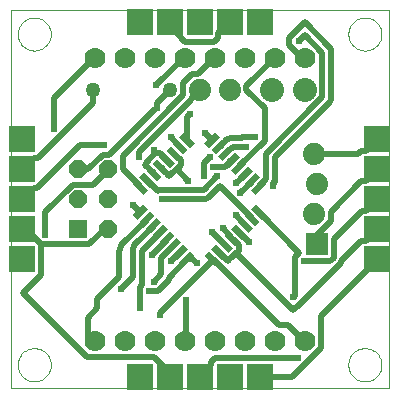
<source format=gtl>
G75*
G70*
%OFA0B0*%
%FSLAX24Y24*%
%IPPOS*%
%LPD*%
%AMOC8*
5,1,8,0,0,1.08239X$1,22.5*
%
%ADD10C,0.0000*%
%ADD11C,0.0700*%
%ADD12R,0.0500X0.0220*%
%ADD13R,0.0220X0.0500*%
%ADD14C,0.0500*%
%ADD15C,0.0800*%
%ADD16R,0.0600X0.0600*%
%ADD17OC8,0.0600*%
%ADD18R,0.0860X0.0860*%
%ADD19R,0.0740X0.0740*%
%ADD20C,0.0740*%
%ADD21C,0.0200*%
%ADD22C,0.0240*%
D10*
X000156Y000156D02*
X012755Y000156D01*
X012755Y012755D01*
X000156Y012755D01*
X000156Y000156D01*
X000393Y000944D02*
X000395Y000991D01*
X000401Y001037D01*
X000411Y001083D01*
X000424Y001128D01*
X000442Y001171D01*
X000463Y001213D01*
X000487Y001253D01*
X000515Y001290D01*
X000546Y001325D01*
X000580Y001358D01*
X000616Y001387D01*
X000655Y001413D01*
X000696Y001436D01*
X000739Y001455D01*
X000783Y001471D01*
X000828Y001483D01*
X000874Y001491D01*
X000921Y001495D01*
X000967Y001495D01*
X001014Y001491D01*
X001060Y001483D01*
X001105Y001471D01*
X001149Y001455D01*
X001192Y001436D01*
X001233Y001413D01*
X001272Y001387D01*
X001308Y001358D01*
X001342Y001325D01*
X001373Y001290D01*
X001401Y001253D01*
X001425Y001213D01*
X001446Y001171D01*
X001464Y001128D01*
X001477Y001083D01*
X001487Y001037D01*
X001493Y000991D01*
X001495Y000944D01*
X001493Y000897D01*
X001487Y000851D01*
X001477Y000805D01*
X001464Y000760D01*
X001446Y000717D01*
X001425Y000675D01*
X001401Y000635D01*
X001373Y000598D01*
X001342Y000563D01*
X001308Y000530D01*
X001272Y000501D01*
X001233Y000475D01*
X001192Y000452D01*
X001149Y000433D01*
X001105Y000417D01*
X001060Y000405D01*
X001014Y000397D01*
X000967Y000393D01*
X000921Y000393D01*
X000874Y000397D01*
X000828Y000405D01*
X000783Y000417D01*
X000739Y000433D01*
X000696Y000452D01*
X000655Y000475D01*
X000616Y000501D01*
X000580Y000530D01*
X000546Y000563D01*
X000515Y000598D01*
X000487Y000635D01*
X000463Y000675D01*
X000442Y000717D01*
X000424Y000760D01*
X000411Y000805D01*
X000401Y000851D01*
X000395Y000897D01*
X000393Y000944D01*
X000393Y011967D02*
X000395Y012014D01*
X000401Y012060D01*
X000411Y012106D01*
X000424Y012151D01*
X000442Y012194D01*
X000463Y012236D01*
X000487Y012276D01*
X000515Y012313D01*
X000546Y012348D01*
X000580Y012381D01*
X000616Y012410D01*
X000655Y012436D01*
X000696Y012459D01*
X000739Y012478D01*
X000783Y012494D01*
X000828Y012506D01*
X000874Y012514D01*
X000921Y012518D01*
X000967Y012518D01*
X001014Y012514D01*
X001060Y012506D01*
X001105Y012494D01*
X001149Y012478D01*
X001192Y012459D01*
X001233Y012436D01*
X001272Y012410D01*
X001308Y012381D01*
X001342Y012348D01*
X001373Y012313D01*
X001401Y012276D01*
X001425Y012236D01*
X001446Y012194D01*
X001464Y012151D01*
X001477Y012106D01*
X001487Y012060D01*
X001493Y012014D01*
X001495Y011967D01*
X001493Y011920D01*
X001487Y011874D01*
X001477Y011828D01*
X001464Y011783D01*
X001446Y011740D01*
X001425Y011698D01*
X001401Y011658D01*
X001373Y011621D01*
X001342Y011586D01*
X001308Y011553D01*
X001272Y011524D01*
X001233Y011498D01*
X001192Y011475D01*
X001149Y011456D01*
X001105Y011440D01*
X001060Y011428D01*
X001014Y011420D01*
X000967Y011416D01*
X000921Y011416D01*
X000874Y011420D01*
X000828Y011428D01*
X000783Y011440D01*
X000739Y011456D01*
X000696Y011475D01*
X000655Y011498D01*
X000616Y011524D01*
X000580Y011553D01*
X000546Y011586D01*
X000515Y011621D01*
X000487Y011658D01*
X000463Y011698D01*
X000442Y011740D01*
X000424Y011783D01*
X000411Y011828D01*
X000401Y011874D01*
X000395Y011920D01*
X000393Y011967D01*
X011416Y011967D02*
X011418Y012014D01*
X011424Y012060D01*
X011434Y012106D01*
X011447Y012151D01*
X011465Y012194D01*
X011486Y012236D01*
X011510Y012276D01*
X011538Y012313D01*
X011569Y012348D01*
X011603Y012381D01*
X011639Y012410D01*
X011678Y012436D01*
X011719Y012459D01*
X011762Y012478D01*
X011806Y012494D01*
X011851Y012506D01*
X011897Y012514D01*
X011944Y012518D01*
X011990Y012518D01*
X012037Y012514D01*
X012083Y012506D01*
X012128Y012494D01*
X012172Y012478D01*
X012215Y012459D01*
X012256Y012436D01*
X012295Y012410D01*
X012331Y012381D01*
X012365Y012348D01*
X012396Y012313D01*
X012424Y012276D01*
X012448Y012236D01*
X012469Y012194D01*
X012487Y012151D01*
X012500Y012106D01*
X012510Y012060D01*
X012516Y012014D01*
X012518Y011967D01*
X012516Y011920D01*
X012510Y011874D01*
X012500Y011828D01*
X012487Y011783D01*
X012469Y011740D01*
X012448Y011698D01*
X012424Y011658D01*
X012396Y011621D01*
X012365Y011586D01*
X012331Y011553D01*
X012295Y011524D01*
X012256Y011498D01*
X012215Y011475D01*
X012172Y011456D01*
X012128Y011440D01*
X012083Y011428D01*
X012037Y011420D01*
X011990Y011416D01*
X011944Y011416D01*
X011897Y011420D01*
X011851Y011428D01*
X011806Y011440D01*
X011762Y011456D01*
X011719Y011475D01*
X011678Y011498D01*
X011639Y011524D01*
X011603Y011553D01*
X011569Y011586D01*
X011538Y011621D01*
X011510Y011658D01*
X011486Y011698D01*
X011465Y011740D01*
X011447Y011783D01*
X011434Y011828D01*
X011424Y011874D01*
X011418Y011920D01*
X011416Y011967D01*
X011416Y000944D02*
X011418Y000991D01*
X011424Y001037D01*
X011434Y001083D01*
X011447Y001128D01*
X011465Y001171D01*
X011486Y001213D01*
X011510Y001253D01*
X011538Y001290D01*
X011569Y001325D01*
X011603Y001358D01*
X011639Y001387D01*
X011678Y001413D01*
X011719Y001436D01*
X011762Y001455D01*
X011806Y001471D01*
X011851Y001483D01*
X011897Y001491D01*
X011944Y001495D01*
X011990Y001495D01*
X012037Y001491D01*
X012083Y001483D01*
X012128Y001471D01*
X012172Y001455D01*
X012215Y001436D01*
X012256Y001413D01*
X012295Y001387D01*
X012331Y001358D01*
X012365Y001325D01*
X012396Y001290D01*
X012424Y001253D01*
X012448Y001213D01*
X012469Y001171D01*
X012487Y001128D01*
X012500Y001083D01*
X012510Y001037D01*
X012516Y000991D01*
X012518Y000944D01*
X012516Y000897D01*
X012510Y000851D01*
X012500Y000805D01*
X012487Y000760D01*
X012469Y000717D01*
X012448Y000675D01*
X012424Y000635D01*
X012396Y000598D01*
X012365Y000563D01*
X012331Y000530D01*
X012295Y000501D01*
X012256Y000475D01*
X012215Y000452D01*
X012172Y000433D01*
X012128Y000417D01*
X012083Y000405D01*
X012037Y000397D01*
X011990Y000393D01*
X011944Y000393D01*
X011897Y000397D01*
X011851Y000405D01*
X011806Y000417D01*
X011762Y000433D01*
X011719Y000452D01*
X011678Y000475D01*
X011639Y000501D01*
X011603Y000530D01*
X011569Y000563D01*
X011538Y000598D01*
X011510Y000635D01*
X011486Y000675D01*
X011465Y000717D01*
X011447Y000760D01*
X011434Y000805D01*
X011424Y000851D01*
X011418Y000897D01*
X011416Y000944D01*
D11*
X009956Y001731D03*
X008956Y001731D03*
X007956Y001731D03*
X006956Y001731D03*
X005956Y001731D03*
X004956Y001731D03*
X003956Y001731D03*
X002956Y001731D03*
X002956Y011180D03*
X003956Y011180D03*
X004956Y011180D03*
X005956Y011180D03*
X006956Y011180D03*
X007956Y011180D03*
X008956Y011180D03*
X009956Y011180D03*
D12*
G36*
X006138Y008176D02*
X005786Y008528D01*
X005942Y008684D01*
X006294Y008332D01*
X006138Y008176D01*
G37*
G36*
X005915Y007953D02*
X005563Y008305D01*
X005719Y008461D01*
X006071Y008109D01*
X005915Y007953D01*
G37*
G36*
X005693Y007731D02*
X005341Y008083D01*
X005497Y008239D01*
X005849Y007887D01*
X005693Y007731D01*
G37*
G36*
X005470Y007508D02*
X005118Y007860D01*
X005274Y008016D01*
X005626Y007664D01*
X005470Y007508D01*
G37*
G36*
X005247Y007285D02*
X004895Y007637D01*
X005051Y007793D01*
X005403Y007441D01*
X005247Y007285D01*
G37*
G36*
X005024Y007062D02*
X004672Y007414D01*
X004828Y007570D01*
X005180Y007218D01*
X005024Y007062D01*
G37*
G36*
X004802Y006840D02*
X004450Y007192D01*
X004606Y007348D01*
X004958Y006996D01*
X004802Y006840D01*
G37*
G36*
X004579Y006617D02*
X004227Y006969D01*
X004383Y007125D01*
X004735Y006773D01*
X004579Y006617D01*
G37*
G36*
X006969Y004227D02*
X006617Y004579D01*
X006773Y004735D01*
X007125Y004383D01*
X006969Y004227D01*
G37*
G36*
X007192Y004450D02*
X006840Y004802D01*
X006996Y004958D01*
X007348Y004606D01*
X007192Y004450D01*
G37*
G36*
X007414Y004672D02*
X007062Y005024D01*
X007218Y005180D01*
X007570Y004828D01*
X007414Y004672D01*
G37*
G36*
X007637Y004895D02*
X007285Y005247D01*
X007441Y005403D01*
X007793Y005051D01*
X007637Y004895D01*
G37*
G36*
X007860Y005118D02*
X007508Y005470D01*
X007664Y005626D01*
X008016Y005274D01*
X007860Y005118D01*
G37*
G36*
X008083Y005341D02*
X007731Y005693D01*
X007887Y005849D01*
X008239Y005497D01*
X008083Y005341D01*
G37*
G36*
X008305Y005563D02*
X007953Y005915D01*
X008109Y006071D01*
X008461Y005719D01*
X008305Y005563D01*
G37*
G36*
X008528Y005786D02*
X008176Y006138D01*
X008332Y006294D01*
X008684Y005942D01*
X008528Y005786D01*
G37*
D13*
G36*
X008332Y006617D02*
X008176Y006773D01*
X008528Y007125D01*
X008684Y006969D01*
X008332Y006617D01*
G37*
G36*
X008109Y006840D02*
X007953Y006996D01*
X008305Y007348D01*
X008461Y007192D01*
X008109Y006840D01*
G37*
G36*
X007887Y007062D02*
X007731Y007218D01*
X008083Y007570D01*
X008239Y007414D01*
X007887Y007062D01*
G37*
G36*
X007664Y007285D02*
X007508Y007441D01*
X007860Y007793D01*
X008016Y007637D01*
X007664Y007285D01*
G37*
G36*
X007441Y007508D02*
X007285Y007664D01*
X007637Y008016D01*
X007793Y007860D01*
X007441Y007508D01*
G37*
G36*
X007218Y007731D02*
X007062Y007887D01*
X007414Y008239D01*
X007570Y008083D01*
X007218Y007731D01*
G37*
G36*
X006996Y007953D02*
X006840Y008109D01*
X007192Y008461D01*
X007348Y008305D01*
X006996Y007953D01*
G37*
G36*
X006773Y008176D02*
X006617Y008332D01*
X006969Y008684D01*
X007125Y008528D01*
X006773Y008176D01*
G37*
G36*
X004383Y005786D02*
X004227Y005942D01*
X004579Y006294D01*
X004735Y006138D01*
X004383Y005786D01*
G37*
G36*
X004606Y005563D02*
X004450Y005719D01*
X004802Y006071D01*
X004958Y005915D01*
X004606Y005563D01*
G37*
G36*
X004828Y005341D02*
X004672Y005497D01*
X005024Y005849D01*
X005180Y005693D01*
X004828Y005341D01*
G37*
G36*
X005051Y005118D02*
X004895Y005274D01*
X005247Y005626D01*
X005403Y005470D01*
X005051Y005118D01*
G37*
G36*
X005274Y004895D02*
X005118Y005051D01*
X005470Y005403D01*
X005626Y005247D01*
X005274Y004895D01*
G37*
G36*
X005497Y004672D02*
X005341Y004828D01*
X005693Y005180D01*
X005849Y005024D01*
X005497Y004672D01*
G37*
G36*
X005719Y004450D02*
X005563Y004606D01*
X005915Y004958D01*
X006071Y004802D01*
X005719Y004450D01*
G37*
G36*
X005942Y004227D02*
X005786Y004383D01*
X006138Y004735D01*
X006294Y004579D01*
X005942Y004227D01*
G37*
D14*
X005471Y010097D03*
X002912Y010097D03*
D15*
X008858Y010097D03*
X009958Y010097D03*
D16*
X002412Y005456D03*
D17*
X002412Y006456D03*
X002412Y007456D03*
X003412Y007456D03*
X003412Y006456D03*
X003412Y005456D03*
D18*
X000550Y005456D03*
X000550Y006456D03*
X000550Y007456D03*
X000550Y008456D03*
X004456Y012361D03*
X005456Y012361D03*
X006456Y012361D03*
X007456Y012361D03*
X008456Y012361D03*
X012361Y008456D03*
X012361Y007456D03*
X012361Y006456D03*
X012361Y005456D03*
X012361Y004456D03*
X008456Y000550D03*
X007456Y000550D03*
X006456Y000550D03*
X005456Y000550D03*
X004456Y000550D03*
X000550Y004456D03*
D19*
X010364Y004959D03*
D20*
X010264Y005959D03*
X010364Y006959D03*
X010264Y007959D03*
X007456Y010097D03*
X006456Y010097D03*
D21*
X006160Y009802D01*
X006160Y009763D01*
X004428Y008030D01*
X004428Y007873D01*
X004704Y007715D02*
X004979Y007991D01*
X004920Y008070D01*
X004920Y008089D01*
X004979Y007991D02*
X005137Y007991D01*
X005353Y007774D01*
X005372Y007762D01*
X005156Y007538D02*
X005149Y007539D01*
X005156Y007538D02*
X005452Y007243D01*
X005530Y007322D01*
X005550Y007322D01*
X005698Y007469D01*
X006081Y007085D01*
X005698Y007469D02*
X005826Y007597D01*
X005826Y007755D01*
X005609Y007971D01*
X005595Y007985D01*
X005806Y008207D02*
X005817Y008207D01*
X005806Y008207D02*
X005491Y008522D01*
X006042Y008444D02*
X006040Y008430D01*
X006042Y008444D02*
X006042Y009211D01*
X006121Y009290D01*
X006652Y008660D02*
X006869Y008444D01*
X006871Y008430D01*
X007094Y008207D02*
X007105Y008207D01*
X007125Y008207D01*
X007381Y008463D01*
X007440Y008463D01*
X007479Y008503D01*
X007853Y008503D01*
X007873Y008522D01*
X008306Y008522D01*
X008621Y008404D02*
X008621Y009507D01*
X008011Y010117D01*
X008011Y010235D01*
X008956Y011180D01*
X009448Y011593D02*
X009900Y011141D01*
X009940Y011180D01*
X009956Y011180D01*
X009763Y011731D02*
X009959Y011928D01*
X010550Y011337D01*
X010550Y009861D01*
X008660Y007971D01*
X008660Y007125D01*
X008444Y006908D01*
X008444Y006889D01*
X008430Y006871D01*
X008188Y007046D02*
X007814Y006672D01*
X007676Y006987D02*
X007971Y007282D01*
X007971Y007302D01*
X007985Y007316D01*
X008188Y007085D02*
X008207Y007094D01*
X008188Y007085D02*
X008188Y007046D01*
X007762Y007539D02*
X007774Y007558D01*
X008621Y008404D01*
X008956Y007853D02*
X010806Y009704D01*
X010806Y009743D01*
X010845Y009782D01*
X010845Y011475D01*
X009959Y012361D01*
X009448Y011849D01*
X009448Y011593D01*
X007456Y012361D02*
X007440Y012361D01*
X007066Y011987D01*
X007066Y011849D01*
X006928Y011711D01*
X005983Y011711D01*
X005471Y012223D01*
X005471Y012361D01*
X005456Y012361D01*
X005944Y011180D02*
X005956Y011180D01*
X005944Y011180D02*
X005019Y010255D01*
X005471Y010097D02*
X005038Y009664D01*
X005038Y009487D01*
X004940Y009448D01*
X003444Y007952D01*
X003227Y007952D01*
X002735Y007459D01*
X002420Y007459D01*
X002412Y007456D01*
X002223Y006948D02*
X002912Y006948D01*
X003404Y007440D01*
X003412Y007456D01*
X003896Y007459D02*
X003896Y007912D01*
X005904Y009920D01*
X005904Y010333D01*
X006219Y010648D01*
X006416Y010648D01*
X006948Y011180D01*
X006956Y011180D01*
X007558Y008207D02*
X007991Y008207D01*
X007558Y008207D02*
X007341Y007991D01*
X007322Y007991D01*
X007316Y007985D01*
X007519Y007755D02*
X007302Y007538D01*
X006908Y007538D01*
X006593Y007676D02*
X006593Y007243D01*
X006593Y007676D02*
X006790Y007873D01*
X007046Y007223D02*
X006593Y006770D01*
X005078Y006770D01*
X005058Y006751D01*
X004723Y007085D01*
X004704Y007094D01*
X004467Y006889D02*
X004481Y006871D01*
X004467Y006889D02*
X003896Y007459D01*
X004625Y007617D02*
X004704Y007696D01*
X004704Y007715D01*
X004625Y007617D02*
X004920Y007322D01*
X004926Y007316D01*
X005235Y006475D02*
X005215Y006456D01*
X005235Y006475D02*
X006672Y006475D01*
X006711Y006515D01*
X006751Y006515D01*
X007125Y006889D01*
X008188Y005826D01*
X008207Y005817D01*
X008444Y006022D02*
X008430Y006040D01*
X008444Y006022D02*
X009782Y004684D01*
X009625Y004526D01*
X009625Y003227D01*
X009585Y003188D01*
X009684Y002873D02*
X009704Y002873D01*
X011180Y004349D01*
X011180Y004389D01*
X011751Y004959D01*
X011751Y004979D01*
X011849Y005078D01*
X011987Y005078D01*
X012361Y005452D01*
X012361Y005456D01*
X011987Y006081D02*
X011869Y006081D01*
X010924Y005137D01*
X010924Y004507D01*
X010806Y004389D01*
X009940Y004389D01*
X010364Y004959D02*
X010373Y004959D01*
X010373Y005274D01*
X010826Y005727D01*
X010826Y006042D01*
X011849Y007066D01*
X011987Y007066D01*
X012361Y007440D01*
X012361Y007456D01*
X011751Y007971D02*
X011849Y008070D01*
X011987Y008070D01*
X012361Y008444D01*
X012361Y008456D01*
X011751Y007971D02*
X010274Y007971D01*
X010264Y007959D01*
X008956Y007853D02*
X008956Y007046D01*
X008916Y007007D01*
X008916Y006967D01*
X008896Y006948D01*
X008896Y006889D01*
X007656Y005924D02*
X007971Y005609D01*
X007985Y005595D01*
X007762Y005372D02*
X007774Y005353D01*
X008089Y005038D01*
X007755Y004940D02*
X007558Y005137D01*
X007539Y005149D01*
X007479Y005235D01*
X007223Y005491D01*
X006869Y005373D02*
X007302Y004940D01*
X007316Y004926D01*
X007105Y004704D02*
X007094Y004704D01*
X007105Y004704D02*
X007400Y004408D01*
X007479Y004487D01*
X007499Y004487D01*
X007666Y004654D01*
X009566Y002755D01*
X009684Y002873D01*
X009408Y002263D02*
X009093Y002263D01*
X006889Y004467D01*
X006871Y004481D01*
X006849Y004369D01*
X005137Y002656D01*
X005137Y002617D01*
X004467Y002833D02*
X004467Y003522D01*
X004546Y003601D01*
X004546Y004743D01*
X005137Y005333D01*
X005137Y005353D01*
X005149Y005372D01*
X004920Y005570D02*
X004270Y004920D01*
X004270Y004861D01*
X004231Y004822D01*
X004231Y003877D01*
X003837Y003483D01*
X003759Y003857D02*
X003050Y003148D01*
X003050Y002833D01*
X002735Y002519D01*
X002735Y001948D01*
X002952Y001731D01*
X002956Y001731D01*
X002715Y001200D02*
X000570Y003345D01*
X001160Y003936D01*
X001160Y004861D01*
X001180Y004959D01*
X000609Y005530D01*
X000550Y005471D01*
X000550Y005456D01*
X001180Y004959D02*
X002774Y004959D01*
X003267Y005452D01*
X003404Y005452D01*
X003412Y005456D01*
X003837Y004920D02*
X003837Y004861D01*
X003798Y004822D01*
X003798Y004763D01*
X003759Y004723D01*
X003759Y003857D01*
X004782Y003404D02*
X005058Y003404D01*
X005432Y003778D01*
X005432Y003837D01*
X005983Y004389D01*
X006040Y004481D01*
X006042Y004467D01*
X006219Y004467D01*
X006357Y004330D01*
X005817Y004704D02*
X005806Y004704D01*
X005491Y004389D01*
X005176Y004507D02*
X005176Y003956D01*
X004940Y003719D01*
X005176Y004507D02*
X005589Y004920D01*
X005595Y004926D01*
X005353Y005097D02*
X004861Y004605D01*
X005353Y005097D02*
X005353Y005137D01*
X005372Y005149D01*
X004920Y005570D02*
X004920Y005589D01*
X004926Y005595D01*
X004704Y005786D02*
X003837Y004920D01*
X004704Y005786D02*
X004704Y005806D01*
X004704Y005817D01*
X004481Y006040D02*
X004467Y006042D01*
X004251Y006259D01*
X002223Y006948D02*
X001298Y006022D01*
X001298Y005274D01*
X000550Y006456D02*
X000924Y006830D01*
X001042Y006830D01*
X002479Y008267D01*
X003286Y008267D01*
X002912Y009684D02*
X001062Y007833D01*
X000924Y007833D01*
X000550Y007459D01*
X000550Y007456D01*
X001593Y008818D02*
X001593Y009822D01*
X002952Y011180D01*
X002956Y011180D01*
X002912Y010097D02*
X002912Y009684D01*
X007519Y007755D02*
X007538Y007755D01*
X007539Y007762D01*
X007755Y004940D02*
X007755Y004743D01*
X007666Y004654D01*
X006003Y003089D02*
X006003Y001770D01*
X005963Y001731D01*
X005956Y001731D01*
X006830Y001042D02*
X006830Y000924D01*
X006456Y000550D01*
X006830Y001042D02*
X006967Y001180D01*
X009723Y001180D01*
X009940Y001731D02*
X009956Y001731D01*
X009940Y001731D02*
X009408Y002263D01*
X010491Y002578D02*
X010491Y001515D01*
X009526Y000550D01*
X008456Y000550D01*
X010491Y002578D02*
X012361Y004448D01*
X012361Y004456D01*
X011987Y006081D02*
X012361Y006456D01*
X005452Y000688D02*
X005452Y000550D01*
X005456Y000550D01*
X005452Y000688D02*
X004940Y001200D01*
X002715Y001200D01*
D22*
X004467Y002833D03*
X004782Y003404D03*
X004940Y003719D03*
X005491Y004389D03*
X004861Y004605D03*
X003837Y003483D03*
X005137Y002617D03*
X006003Y003089D03*
X006357Y004330D03*
X006869Y005373D03*
X007223Y005491D03*
X007656Y005924D03*
X007814Y006672D03*
X007676Y006987D03*
X007046Y007223D03*
X006908Y007538D03*
X006790Y007873D03*
X006593Y007243D03*
X006081Y007085D03*
X005215Y006456D03*
X004251Y006259D03*
X004428Y007873D03*
X004920Y008089D03*
X005491Y008522D03*
X006121Y009290D03*
X006652Y008660D03*
X007991Y008207D03*
X008306Y008522D03*
X008896Y006889D03*
X008089Y005038D03*
X009940Y004389D03*
X009585Y003188D03*
X009723Y001180D03*
X003286Y008267D03*
X001593Y008818D03*
X005019Y010255D03*
X005038Y009487D03*
X001298Y005274D03*
X009763Y011731D03*
M02*

</source>
